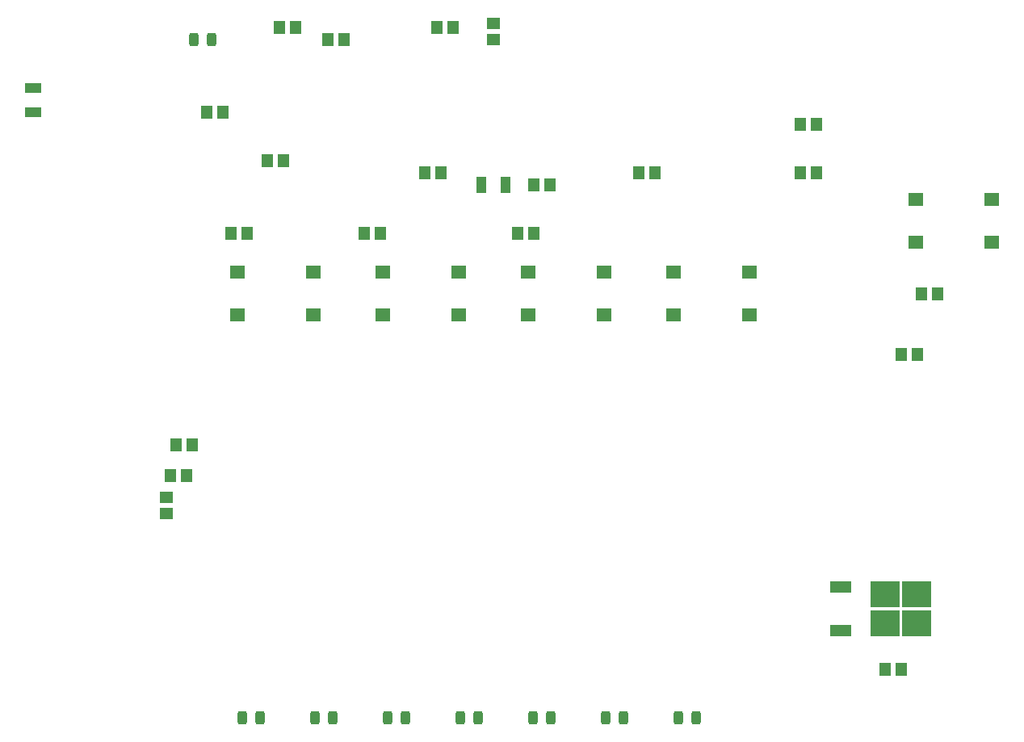
<source format=gbr>
%TF.GenerationSoftware,KiCad,Pcbnew,6.0.6-3a73a75311~116~ubuntu20.04.1*%
%TF.CreationDate,2022-07-22T21:09:37-04:00*%
%TF.ProjectId,first_project,66697273-745f-4707-926f-6a6563742e6b,rev?*%
%TF.SameCoordinates,PX4c4b400PY8a48640*%
%TF.FileFunction,Paste,Top*%
%TF.FilePolarity,Positive*%
%FSLAX46Y46*%
G04 Gerber Fmt 4.6, Leading zero omitted, Abs format (unit mm)*
G04 Created by KiCad (PCBNEW 6.0.6-3a73a75311~116~ubuntu20.04.1) date 2022-07-22 21:09:37*
%MOMM*%
%LPD*%
G01*
G04 APERTURE LIST*
G04 Aperture macros list*
%AMRoundRect*
0 Rectangle with rounded corners*
0 $1 Rounding radius*
0 $2 $3 $4 $5 $6 $7 $8 $9 X,Y pos of 4 corners*
0 Add a 4 corners polygon primitive as box body*
4,1,4,$2,$3,$4,$5,$6,$7,$8,$9,$2,$3,0*
0 Add four circle primitives for the rounded corners*
1,1,$1+$1,$2,$3*
1,1,$1+$1,$4,$5*
1,1,$1+$1,$6,$7*
1,1,$1+$1,$8,$9*
0 Add four rect primitives between the rounded corners*
20,1,$1+$1,$2,$3,$4,$5,0*
20,1,$1+$1,$4,$5,$6,$7,0*
20,1,$1+$1,$6,$7,$8,$9,0*
20,1,$1+$1,$8,$9,$2,$3,0*%
G04 Aperture macros list end*
%ADD10R,1.150000X1.400000*%
%ADD11R,1.000000X1.800000*%
%ADD12RoundRect,0.243750X-0.243750X-0.456250X0.243750X-0.456250X0.243750X0.456250X-0.243750X0.456250X0*%
%ADD13R,1.600000X1.400000*%
%ADD14R,1.800000X1.000000*%
%ADD15R,1.400000X1.150000*%
%ADD16R,3.050000X2.750000*%
%ADD17R,2.200000X1.200000*%
G04 APERTURE END LIST*
D10*
%TO.C,C7*%
X121080000Y16730000D03*
X122780000Y16730000D03*
%TD*%
D11*
%TO.C,Y1*%
X81270000Y67530000D03*
X78770000Y67530000D03*
%TD*%
D12*
%TO.C,D7*%
X91782500Y11650000D03*
X93657500Y11650000D03*
%TD*%
%TO.C,D5*%
X76542500Y11650000D03*
X78417500Y11650000D03*
%TD*%
D10*
%TO.C,C8*%
X46150000Y37050000D03*
X47850000Y37050000D03*
%TD*%
%TO.C,C9*%
X46785000Y40225000D03*
X48485000Y40225000D03*
%TD*%
D13*
%TO.C,SW1*%
X132280000Y65970000D03*
X124280000Y65970000D03*
X132280000Y61470000D03*
X124280000Y61470000D03*
%TD*%
D10*
%TO.C,C2*%
X75790000Y84040000D03*
X74090000Y84040000D03*
%TD*%
D12*
%TO.C,D8*%
X99402500Y11650000D03*
X101277500Y11650000D03*
%TD*%
D13*
%TO.C,SW2*%
X53160000Y53850000D03*
X61160000Y53850000D03*
X53160000Y58350000D03*
X61160000Y58350000D03*
%TD*%
D10*
%TO.C,R6*%
X64360000Y82770000D03*
X62660000Y82770000D03*
%TD*%
D12*
%TO.C,D2*%
X53682500Y11650000D03*
X55557500Y11650000D03*
%TD*%
D13*
%TO.C,SW3*%
X68400000Y53850000D03*
X76400000Y53850000D03*
X68400000Y58350000D03*
X76400000Y58350000D03*
%TD*%
D12*
%TO.C,D3*%
X61302500Y11650000D03*
X63177500Y11650000D03*
%TD*%
D10*
%TO.C,R2*%
X56310000Y70070000D03*
X58010000Y70070000D03*
%TD*%
D14*
%TO.C,Y2*%
X31760000Y75170000D03*
X31760000Y77670000D03*
%TD*%
D10*
%TO.C,R3*%
X112190000Y73880000D03*
X113890000Y73880000D03*
%TD*%
%TO.C,C5*%
X84250000Y67530000D03*
X85950000Y67530000D03*
%TD*%
%TO.C,R4*%
X112190000Y68800000D03*
X113890000Y68800000D03*
%TD*%
%TO.C,C6*%
X124890000Y56100000D03*
X126590000Y56100000D03*
%TD*%
D12*
%TO.C,D1*%
X48602500Y82770000D03*
X50477500Y82770000D03*
%TD*%
D10*
%TO.C,R1*%
X51660000Y75150000D03*
X49960000Y75150000D03*
%TD*%
D13*
%TO.C,SW4*%
X83640000Y53850000D03*
X91640000Y53850000D03*
X83640000Y58350000D03*
X91640000Y58350000D03*
%TD*%
%TO.C,SW5*%
X98880000Y53850000D03*
X106880000Y53850000D03*
X98880000Y58350000D03*
X106880000Y58350000D03*
%TD*%
D15*
%TO.C,R10*%
X45730000Y34725000D03*
X45730000Y33025000D03*
%TD*%
D10*
%TO.C,C4*%
X72820000Y68800000D03*
X74520000Y68800000D03*
%TD*%
%TO.C,R7*%
X57580000Y84040000D03*
X59280000Y84040000D03*
%TD*%
%TO.C,R9*%
X66470000Y62450000D03*
X68170000Y62450000D03*
%TD*%
D15*
%TO.C,C3*%
X80020000Y84470000D03*
X80020000Y82770000D03*
%TD*%
D10*
%TO.C,C1*%
X122770000Y49750000D03*
X124470000Y49750000D03*
%TD*%
%TO.C,R12*%
X96960000Y68800000D03*
X95260000Y68800000D03*
%TD*%
D16*
%TO.C,U2*%
X121085000Y24605000D03*
X121085000Y21555000D03*
X124435000Y24605000D03*
X124435000Y21555000D03*
D17*
X116460000Y25360000D03*
X116460000Y20800000D03*
%TD*%
D10*
%TO.C,R5*%
X52500000Y62450000D03*
X54200000Y62450000D03*
%TD*%
%TO.C,R11*%
X82560000Y62450000D03*
X84260000Y62450000D03*
%TD*%
D12*
%TO.C,D6*%
X84162500Y11650000D03*
X86037500Y11650000D03*
%TD*%
%TO.C,D4*%
X68922500Y11650000D03*
X70797500Y11650000D03*
%TD*%
M02*

</source>
